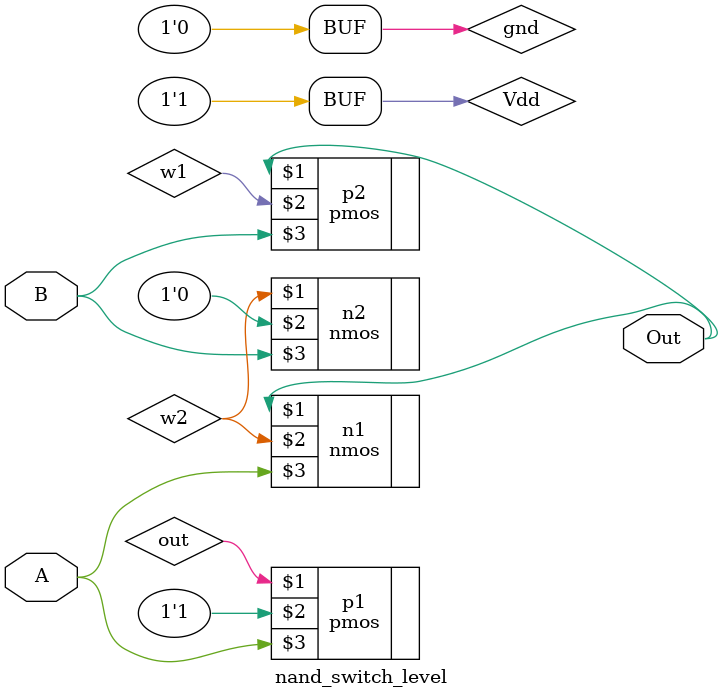
<source format=v>
`timescale 1ns / 1ps


module nand_switch_level(output Out, input A, B);
  wire w1, w2, w3;

  supply1 Vdd;  
  supply0 gnd;   

  // PMOS transistors: source connected to Vdd
  pmos p1(out, Vdd, A);  
  pmos p2(Out, w1, B);  

  // NMOS transistors: drain connected to output
  nmos n1(Out, w2, A); 
  nmos n2(w2, gnd, B);  

endmodule




</source>
